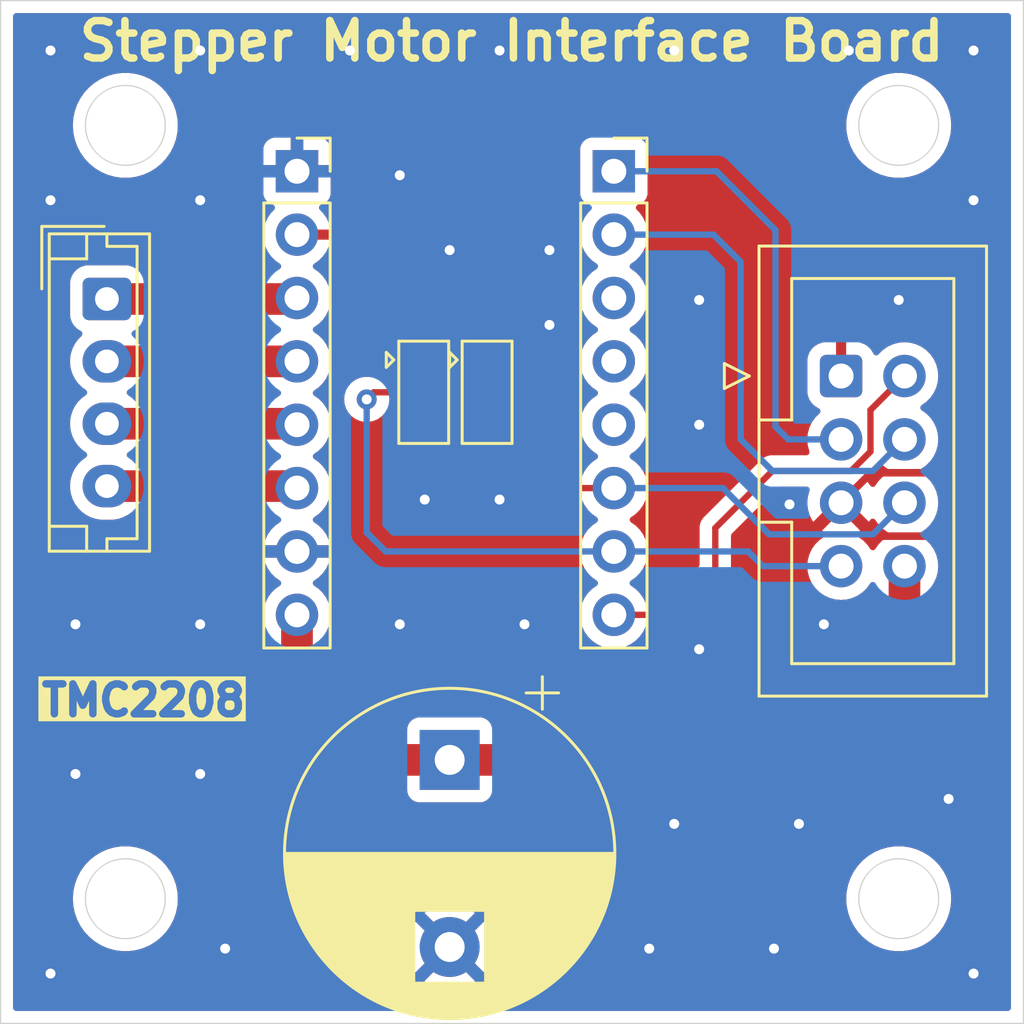
<source format=kicad_pcb>
(kicad_pcb (version 20240108) (generator "pcbnew") (generator_version "8.0")
  (layers (0 "F.Cu" signal) (31 "B.Cu" signal) (34 "B.Paste" user) (35 "F.Paste" user) (36 "B.SilkS" user "B.Silkscreen") (37 "F.SilkS" user "F.Silkscreen") (38 "B.Mask" user) (39 "F.Mask" user) (44 "Edge.Cuts" user))
  (net 0 "")
  (net 1 "VCC")
  (net 2 "GND")
  (net 3 "M2A")
  (net 4 "M1A")
  (net 5 "M2B")
  (net 6 "M1B")
  (net 7 "+3V3")
  (net 8 "PDN")
  (net 9 "CLK")
  (net 10 "STEP")
  (net 11 "MS1")
  (net 12 "UART")
  (net 13 "DIR")
  (net 14 "MS2")
  (net 15 "EN")
  (footprint "Connector_PinSocket_2.54mm:PinSocket_1x08_P2.54mm_Vertical" (layer "F.Cu") (at 219.58 81.84)
    (property "Reference" "J2" (hide yes))
    (property "Value" "Conn_01x08" (hide yes))
    (fp_line (start -1.33 1.27) (end -1.33 19.11) (stroke (width 0.12)) (layer "F.SilkS"))
    (fp_line (start -1.33 1.27) (end 1.33 1.27) (stroke (width 0.12)) (layer "F.SilkS"))
    (fp_line (start -1.33 19.11) (end 1.33 19.11) (stroke (width 0.12)) (layer "F.SilkS"))
    (fp_line (start 0 -1.33) (end 1.33 -1.33) (stroke (width 0.12)) (layer "F.SilkS"))
    (fp_line (start 1.33 -1.33) (end 1.33 0) (stroke (width 0.12)) (layer "F.SilkS"))
    (fp_line (start 1.33 1.27) (end 1.33 19.11) (stroke (width 0.12)) (layer "F.SilkS"))
    (pad "1" thru_hole rect (at 0 0) (size 1.7 1.7) (drill 1) (layers "*.Cu" "*.Mask") (net 13 "DIR"))
    (pad "2" thru_hole oval (at 0 2.54) (size 1.7 1.7) (drill 1) (layers "*.Cu" "*.Mask") (net 10 "STEP"))
    (pad "3" thru_hole oval (at 0 5.08) (size 1.7 1.7) (drill 1) (layers "*.Cu" "*.Mask") (net 9 "CLK"))
    (pad "4" thru_hole oval (at 0 7.62) (size 1.7 1.7) (drill 1) (layers "*.Cu" "*.Mask") (net 8 "PDN"))
    (pad "5" thru_hole oval (at 0 10.16) (size 1.7 1.7) (drill 1) (layers "*.Cu" "*.Mask") (net 12 "UART"))
    (pad "6" thru_hole oval (at 0 12.7) (size 1.7 1.7) (drill 1) (layers "*.Cu" "*.Mask") (net 14 "MS2"))
    (pad "7" thru_hole oval (at 0 15.24) (size 1.7 1.7) (drill 1) (layers "*.Cu" "*.Mask") (net 11 "MS1"))
    (pad "8" thru_hole oval (at 0 17.78) (size 1.7 1.7) (drill 1) (layers "*.Cu" "*.Mask") (net 15 "EN"))
  )
  (footprint "Connector_JST:JST_EH_B4B-EH-A_1x04_P2.50mm_Vertical" (layer "F.Cu") (at 199.26 86.96 -90)
    (property "Reference" "J4" (hide yes))
    (property "Value" "Conn_01x04" (hide yes))
    (fp_line (start -2.91 2.61) (end -0.41 2.61) (stroke (width 0.12)) (layer "F.SilkS"))
    (fp_line (start -2.61 2.31) (end 10.11 2.31) (stroke (width 0.12)) (layer "F.SilkS"))
    (fp_line (start 10.11 2.31) (end 10.11 -1.71) (stroke (width 0.12)) (layer "F.SilkS"))
    (fp_line (start -2.61 0.81) (end -1.61 0.81) (stroke (width 0.12)) (layer "F.SilkS"))
    (fp_line (start -1.61 0.81) (end -1.61 2.31) (stroke (width 0.12)) (layer "F.SilkS"))
    (fp_line (start 9.11 0.81) (end 9.11 2.31) (stroke (width 0.12)) (layer "F.SilkS"))
    (fp_line (start 10.11 0.81) (end 9.11 0.81) (stroke (width 0.12)) (layer "F.SilkS"))
    (fp_line (start -2.91 0.11) (end -2.91 2.61) (stroke (width 0.12)) (layer "F.SilkS"))
    (fp_line (start -2.61 0) (end -2.11 0) (stroke (width 0.12)) (layer "F.SilkS"))
    (fp_line (start -2.11 0) (end -2.11 -1.21) (stroke (width 0.12)) (layer "F.SilkS"))
    (fp_line (start 9.61 0) (end 10.11 0) (stroke (width 0.12)) (layer "F.SilkS"))
    (fp_line (start -2.11 -1.21) (end 9.61 -1.21) (stroke (width 0.12)) (layer "F.SilkS"))
    (fp_line (start 9.61 -1.21) (end 9.61 0) (stroke (width 0.12)) (layer "F.SilkS"))
    (fp_line (start -2.61 -1.71) (end -2.61 2.31) (stroke (width 0.12)) (layer "F.SilkS"))
    (fp_line (start 10.11 -1.71) (end -2.61 -1.71) (stroke (width 0.12)) (layer "F.SilkS"))
    (pad "1" thru_hole roundrect (at 0 0 270) (size 1.7 1.95) (drill 0.95) (layers "*.Cu" "*.Mask") (roundrect_rratio 0.147059) (net 5 "M2B"))
    (pad "2" thru_hole oval (at 2.5 0 270) (size 1.7 1.95) (drill 0.95) (layers "*.Cu" "*.Mask") (net 3 "M2A"))
    (pad "3" thru_hole oval (at 5 0 270) (size 1.7 1.95) (drill 0.95) (layers "*.Cu" "*.Mask") (net 4 "M1A"))
    (pad "4" thru_hole oval (at 7.5 0 270) (size 1.7 1.95) (drill 0.95) (layers "*.Cu" "*.Mask") (net 6 "M1B"))
  )
  (footprint "Capacitor_THT:CP_Radial_D13.0mm_P7.50mm" (layer "F.Cu") (at 213 105.434785 -90)
    (property "Reference" "C1" (hide yes))
    (property "Value" "C_Polarized" (hide yes))
    (fp_line (start 6.071 1.44) (end 6.071 6.161) (stroke (width 0.12)) (layer "F.SilkS"))
    (fp_line (start 6.111 1.44) (end 6.111 6.146) (stroke (width 0.12)) (layer "F.SilkS"))
    (fp_line (start 6.151 1.44) (end 6.151 6.13) (stroke (width 0.12)) (layer "F.SilkS"))
    (fp_line (start 6.191 1.44) (end 6.191 6.114) (stroke (width 0.12)) (layer "F.SilkS"))
    (fp_line (start 6.231 1.44) (end 6.231 6.098) (stroke (width 0.12)) (layer "F.SilkS"))
    (fp_line (start 6.271 1.44) (end 6.271 6.082) (stroke (width 0.12)) (layer "F.SilkS"))
    (fp_line (start 6.311 1.44) (end 6.311 6.065) (stroke (width 0.12)) (layer "F.SilkS"))
    (fp_line (start 6.351 1.44) (end 6.351 6.049) (stroke (width 0.12)) (layer "F.SilkS"))
    (fp_line (start 6.391 1.44) (end 6.391 6.031) (stroke (width 0.12)) (layer "F.SilkS"))
    (fp_line (start 6.431 1.44) (end 6.431 6.014) (stroke (width 0.12)) (layer "F.SilkS"))
    (fp_line (start 6.471 1.44) (end 6.471 5.996) (stroke (width 0.12)) (layer "F.SilkS"))
    (fp_line (start 6.511 1.44) (end 6.511 5.978) (stroke (width 0.12)) (layer "F.SilkS"))
    (fp_line (start 6.551 1.44) (end 6.551 5.959) (stroke (width 0.12)) (layer "F.SilkS"))
    (fp_line (start 6.591 1.44) (end 6.591 5.94) (stroke (width 0.12)) (layer "F.SilkS"))
    (fp_line (start 6.631 1.44) (end 6.631 5.921) (stroke (width 0.12)) (layer "F.SilkS"))
    (fp_line (start 6.671 1.44) (end 6.671 5.902) (stroke (width 0.12)) (layer "F.SilkS"))
    (fp_line (start 6.711 1.44) (end 6.711 5.882) (stroke (width 0.12)) (layer "F.SilkS"))
    (fp_line (start 6.751 1.44) (end 6.751 5.862) (stroke (width 0.12)) (layer "F.SilkS"))
    (fp_line (start 6.791 1.44) (end 6.791 5.841) (stroke (width 0.12)) (layer "F.SilkS"))
    (fp_line (start 6.831 1.44) (end 6.831 5.82) (stroke (width 0.12)) (layer "F.SilkS"))
    (fp_line (start 6.871 1.44) (end 6.871 5.799) (stroke (width 0.12)) (layer "F.SilkS"))
    (fp_line (start 6.911 1.44) (end 6.911 5.778) (stroke (width 0.12)) (layer "F.SilkS"))
    (fp_line (start 6.951 1.44) (end 6.951 5.756) (stroke (width 0.12)) (layer "F.SilkS"))
    (fp_line (start 6.991 1.44) (end 6.991 5.733) (stroke (width 0.12)) (layer "F.SilkS"))
    (fp_line (start 7.031 1.44) (end 7.031 5.711) (stroke (width 0.12)) (layer "F.SilkS"))
    (fp_line (start 7.071 1.44) (end 7.071 5.688) (stroke (width 0.12)) (layer "F.SilkS"))
    (fp_line (start 7.111 1.44) (end 7.111 5.664) (stroke (width 0.12)) (layer "F.SilkS"))
    (fp_line (start 7.151 1.44) (end 7.151 5.641) (stroke (width 0.12)) (layer "F.SilkS"))
    (fp_line (start 7.191 1.44) (end 7.191 5.617) (stroke (width 0.12)) (layer "F.SilkS"))
    (fp_line (start 7.231 1.44) (end 7.231 5.592) (stroke (width 0.12)) (layer "F.SilkS"))
    (fp_line (start 7.271 1.44) (end 7.271 5.567) (stroke (width 0.12)) (layer "F.SilkS"))
    (fp_line (start 7.311 1.44) (end 7.311 5.542) (stroke (width 0.12)) (layer "F.SilkS"))
    (fp_line (start 7.351 1.44) (end 7.351 5.516) (stroke (width 0.12)) (layer "F.SilkS"))
    (fp_line (start 7.391 1.44) (end 7.391 5.49) (stroke (width 0.12)) (layer "F.SilkS"))
    (fp_line (start 7.431 1.44) (end 7.431 5.463) (stroke (width 0.12)) (layer "F.SilkS"))
    (fp_line (start 7.471 1.44) (end 7.471 5.436) (stroke (width 0.12)) (layer "F.SilkS"))
    (fp_line (start 7.511 1.44) (end 7.511 5.409) (stroke (width 0.12)) (layer "F.SilkS"))
    (fp_line (start 7.551 1.44) (end 7.551 5.381) (stroke (width 0.12)) (layer "F.SilkS"))
    (fp_line (start 7.591 1.44) (end 7.591 5.353) (stroke (width 0.12)) (layer "F.SilkS"))
    (fp_line (start 7.631 1.44) (end 7.631 5.324) (stroke (width 0.12)) (layer "F.SilkS"))
    (fp_line (start 7.671 1.44) (end 7.671 5.295) (stroke (width 0.12)) (layer "F.SilkS"))
    (fp_line (start 7.711 1.44) (end 7.711 5.265) (stroke (width 0.12)) (layer "F.SilkS"))
    (fp_line (start 7.751 1.44) (end 7.751 5.235) (stroke (width 0.12)) (layer "F.SilkS"))
    (fp_line (start 7.791 1.44) (end 7.791 5.205) (stroke (width 0.12)) (layer "F.SilkS"))
    (fp_line (start 7.831 1.44) (end 7.831 5.174) (stroke (width 0.12)) (layer "F.SilkS"))
    (fp_line (start 7.871 1.44) (end 7.871 5.142) (stroke (width 0.12)) (layer "F.SilkS"))
    (fp_line (start 7.911 1.44) (end 7.911 5.11) (stroke (width 0.12)) (layer "F.SilkS"))
    (fp_line (start 7.951 1.44) (end 7.951 5.078) (stroke (width 0.12)) (layer "F.SilkS"))
    (fp_line (start 7.991 1.44) (end 7.991 5.044) (stroke (width 0.12)) (layer "F.SilkS"))
    (fp_line (start 8.031 1.44) (end 8.031 5.011) (stroke (width 0.12)) (layer "F.SilkS"))
    (fp_line (start 8.071 1.44) (end 8.071 4.977) (stroke (width 0.12)) (layer "F.SilkS"))
    (fp_line (start 8.111 1.44) (end 8.111 4.942) (stroke (width 0.12)) (layer "F.SilkS"))
    (fp_line (start 8.151 1.44) (end 8.151 4.907) (stroke (width 0.12)) (layer "F.SilkS"))
    (fp_line (start 8.191 1.44) (end 8.191 4.871) (stroke (width 0.12)) (layer "F.SilkS"))
    (fp_line (start 8.231 1.44) (end 8.231 4.834) (stroke (width 0.12)) (layer "F.SilkS"))
    (fp_line (start 8.271 1.44) (end 8.271 4.797) (stroke (width 0.12)) (layer "F.SilkS"))
    (fp_line (start 8.311 1.44) (end 8.311 4.76) (stroke (width 0.12)) (layer "F.SilkS"))
    (fp_line (start 8.351 1.44) (end 8.351 4.721) (stroke (width 0.12)) (layer "F.SilkS"))
    (fp_line (start 8.391 1.44) (end 8.391 4.682) (stroke (width 0.12)) (layer "F.SilkS"))
    (fp_line (start 8.431 1.44) (end 8.431 4.643) (stroke (width 0.12)) (layer "F.SilkS"))
    (fp_line (start 8.471 1.44) (end 8.471 4.602) (stroke (width 0.12)) (layer "F.SilkS"))
    (fp_line (start 8.511 1.44) (end 8.511 4.561) (stroke (width 0.12)) (layer "F.SilkS"))
    (fp_line (start 8.551 1.44) (end 8.551 4.519) (stroke (width 0.12)) (layer "F.SilkS"))
    (fp_line (start 8.591 1.44) (end 8.591 4.477) (stroke (width 0.12)) (layer "F.SilkS"))
    (fp_line (start 8.631 1.44) (end 8.631 4.434) (stroke (width 0.12)) (layer "F.SilkS"))
    (fp_line (start 8.671 1.44) (end 8.671 4.39) (stroke (width 0.12)) (layer "F.SilkS"))
    (fp_line (start 8.711 1.44) (end 8.711 4.345) (stroke (width 0.12)) (layer "F.SilkS"))
    (fp_line (start 8.751 1.44) (end 8.751 4.299) (stroke (width 0.12)) (layer "F.SilkS"))
    (fp_line (start 8.791 1.44) (end 8.791 4.253) (stroke (width 0.12)) (layer "F.SilkS"))
    (fp_line (start 8.831 1.44) (end 8.831 4.205) (stroke (width 0.12)) (layer "F.SilkS"))
    (fp_line (start 8.871 1.44) (end 8.871 4.157) (stroke (width 0.12)) (layer "F.SilkS"))
    (fp_line (start 8.911 1.44) (end 8.911 4.108) (stroke (width 0.12)) (layer "F.SilkS"))
    (fp_line (start 10.351 -0.475) (end 10.351 0.475) (stroke (width 0.12)) (layer "F.SilkS"))
    (fp_line (start 10.311 -0.85) (end 10.311 0.85) (stroke (width 0.12)) (layer "F.SilkS"))
    (fp_line (start 10.271 -1.107) (end 10.271 1.107) (stroke (width 0.12)) (layer "F.SilkS"))
    (fp_line (start 10.231 -1.315) (end 10.231 1.315) (stroke (width 0.12)) (layer "F.SilkS"))
    (fp_line (start 10.191 -1.494) (end 10.191 1.494) (stroke (width 0.12)) (layer "F.SilkS"))
    (fp_line (start 10.151 -1.653) (end 10.151 1.653) (stroke (width 0.12)) (layer "F.SilkS"))
    (fp_line (start 10.111 -1.798) (end 10.111 1.798) (stroke (width 0.12)) (layer "F.SilkS"))
    (fp_line (start 10.071 -1.931) (end 10.071 1.931) (stroke (width 0.12)) (layer "F.SilkS"))
    (fp_line (start 10.031 -2.055) (end 10.031 2.055) (stroke (width 0.12)) (layer "F.SilkS"))
    (fp_line (start 9.991 -2.171) (end 9.991 2.171) (stroke (width 0.12)) (layer "F.SilkS"))
    (fp_line (start 9.951 -2.281) (end 9.951 2.281) (stroke (width 0.12)) (layer "F.SilkS"))
    (fp_line (start 9.911 -2.385) (end 9.911 2.385) (stroke (width 0.12)) (layer "F.SilkS"))
    (fp_line (start 9.871 -2.484) (end 9.871 2.484) (stroke (width 0.12)) (layer "F.SilkS"))
    (fp_line (start 9.831 -2.579) (end 9.831 2.579) (stroke (width 0.12)) (layer "F.SilkS"))
    (fp_line (start 9.791 -2.67) (end 9.791 2.67) (stroke (width 0.12)) (layer "F.SilkS"))
    (fp_line (start 9.751 -2.758) (end 9.751 2.758) (stroke (width 0.12)) (layer "F.SilkS"))
    (fp_line (start 9.711 -2.842) (end 9.711 2.842) (stroke (width 0.12)) (layer "F.SilkS"))
    (fp_line (start 9.671 -2.923) (end 9.671 2.923) (stroke (width 0.12)) (layer "F.SilkS"))
    (fp_line (start 9.631 -3.002) (end 9.631 3.002) (stroke (width 0.12)) (layer "F.SilkS"))
    (fp_line (start 9.591 -3.078) (end 9.591 3.078) (stroke (width 0.12)) (layer "F.SilkS"))
    (fp_line (start 9.551 -3.152) (end 9.551 3.152) (stroke (width 0.12)) (layer "F.SilkS"))
    (fp_line (start 9.511 -3.223) (end 9.511 3.223) (stroke (width 0.12)) (layer "F.SilkS"))
    (fp_line (start 9.471 -3.293) (end 9.471 3.293) (stroke (width 0.12)) (layer "F.SilkS"))
    (fp_line (start 9.431 -3.361) (end 9.431 3.361) (stroke (width 0.12)) (layer "F.SilkS"))
    (fp_line (start 9.391 -3.427) (end 9.391 3.427) (stroke (width 0.12)) (layer "F.SilkS"))
    (fp_line (start 9.351 -3.491) (end 9.351 3.491) (stroke (width 0.12)) (layer "F.SilkS"))
    (fp_line (start 9.311 -3.554) (end 9.311 3.554) (stroke (width 0.12)) (layer "F.SilkS"))
    (fp_line (start 9.271 -3.615) (end 9.271 3.615) (stroke (width 0.12)) (layer "F.SilkS"))
    (fp_line (start 9.231 -3.675) (end 9.231 3.675) (stroke (width 0.12)) (layer "F.SilkS"))
    (fp_line (start -3.334569 -3.715) (end -2.034569 -3.715) (stroke (width 0.12)) (layer "F.SilkS"))
    (fp_line (start 9.191 -3.733) (end 9.191 3.733) (stroke (width 0.12)) (layer "F.SilkS"))
    (fp_line (start 9.151 -3.79) (end 9.151 3.79) (stroke (width 0.12)) (layer "F.SilkS"))
    (fp_line (start 9.111 -3.846) (end 9.111 3.846) (stroke (width 0.12)) (layer "F.SilkS"))
    (fp_line (start 9.071 -3.9) (end 9.071 3.9) (stroke (width 0.12)) (layer "F.SilkS"))
    (fp_line (start 9.031 -3.954) (end 9.031 3.954) (stroke (width 0.12)) (layer "F.SilkS"))
    (fp_line (start 8.991 -4.006) (end 8.991 4.006) (stroke (width 0.12)) (layer "F.SilkS"))
    (fp_line (start 8.951 -4.057) (end 8.951 4.057) (stroke (width 0.12)) (layer "F.SilkS"))
    (fp_line (start 8.911 -4.108) (end 8.911 -1.44) (stroke (width 0.12)) (layer "F.SilkS"))
    (fp_line (start 8.871 -4.157) (end 8.871 -1.44) (stroke (width 0.12)) (layer "F.SilkS"))
    (fp_line (start 8.831 -4.205) (end 8.831 -1.44) (stroke (width 0.12)) (layer "F.SilkS"))
    (fp_line (start 8.791 -4.253) (end 8.791 -1.44) (stroke (width 0.12)) (layer "F.SilkS"))
    (fp_line (start 8.751 -4.299) (end 8.751 -1.44) (stroke (width 0.12)) (layer "F.SilkS"))
    (fp_line (start 8.711 -4.345) (end 8.711 -1.44) (stroke (width 0.12)) (layer "F.SilkS"))
    (fp_line (start -2.684569 -4.365) (end -2.684569 -3.065) (stroke (width 0.12)) (layer "F.SilkS"))
    (fp_line (start 8.671 -4.39) (end 8.671 -1.44) (stroke (width 0.12)) (layer "F.SilkS"))
    (fp_line (start 8.631 -4.434) (end 8.631 -1.44) (stroke (width 0.12)) (layer "F.SilkS"))
    (fp_line (start 8.591 -4.477) (end 8.591 -1.44) (stroke (width 0.12)) (layer "F.SilkS"))
    (fp_line (start 8.551 -4.519) (end 8.551 -1.44) (stroke (width 0.12)) (layer "F.SilkS"))
    (fp_line (start 8.511 -4.561) (end 8.511 -1.44) (stroke (width 0.12)) (layer "F.SilkS"))
    (fp_line (start 8.471 -4.602) (end 8.471 -1.44) (stroke (width 0.12)) (layer "F.SilkS"))
    (fp_line (start 8.431 -4.643) (end 8.431 -1.44) (stroke (width 0.12)) (layer "F.SilkS"))
    (fp_line (start 8.391 -4.682) (end 8.391 -1.44) (stroke (width 0.12)) (layer "F.SilkS"))
    (fp_line (start 8.351 -4.721) (end 8.351 -1.44) (stroke (width 0.12)) (layer "F.SilkS"))
    (fp_line (start 8.311 -4.76) (end 8.311 -1.44) (stroke (width 0.12)) (layer "F.SilkS"))
    (fp_line (start 8.271 -4.797) (end 8.271 -1.44) (stroke (width 0.12)) (layer "F.SilkS"))
    (fp_line (start 8.231 -4.834) (end 8.231 -1.44) (stroke (width 0.12)) (layer "F.SilkS"))
    (fp_line (start 8.191 -4.871) (end 8.191 -1.44) (stroke (width 0.12)) (layer "F.SilkS"))
    (fp_line (start 8.151 -4.907) (end 8.151 -1.44) (stroke (width 0.12)) (layer "F.SilkS"))
    (fp_line (start 8.111 -4.942) (end 8.111 -1.44) (stroke (width 0.12)) (layer "F.SilkS"))
    (fp_line (start 8.071 -4.977) (end 8.071 -1.44) (stroke (width 0.12)) (layer "F.SilkS"))
    (fp_line (start 8.031 -5.011) (end 8.031 -1.44) (stroke (width 0.12)) (layer "F.SilkS"))
    (fp_line (start 7.991 -5.044) (end 7.991 -1.44) (stroke (width 0.12)) (layer "F.SilkS"))
    (fp_line (start 7.951 -5.078) (end 7.951 -1.44) (stroke (width 0.12)) (layer "F.SilkS"))
    (fp_line (start 7.911 -5.11) (end 7.911 -1.44) (stroke (width 0.12)) (layer "F.SilkS"))
    (fp_line (start 7.871 -5.142) (end 7.871 -1.44) (stroke (width 0.12)) (layer "F.SilkS"))
    (fp_line (start 7.831 -5.174) (end 7.831 -1.44) (stroke (width 0.12)) (layer "F.SilkS"))
    (fp_line (start 7.791 -5.205) (end 7.791 -1.44) (stroke (width 0.12)) (layer "F.SilkS"))
    (fp_line (start 7.751 -5.235) (end 7.751 -1.44) (stroke (width 0.12)) (layer "F.SilkS"))
    (fp_line (start 7.711 -5.265) (end 7.711 -1.44) (stroke (width 0.12)) (layer "F.SilkS"))
    (fp_line (start 7.671 -5.295) (end 7.671 -1.44) (stroke (width 0.12)) (layer "F.SilkS"))
    (fp_line (start 7.631 -5.324) (end 7.631 -1.44) (stroke (width 0.12)) (layer "F.SilkS"))
    (fp_line (start 7.591 -5.353) (end 7.591 -1.44) (stroke (width 0.12)) (layer "F.SilkS"))
    (fp_line (start 7.551 -5.381) (end 7.551 -1.44) (stroke (width 0.12)) (layer "F.SilkS"))
    (fp_line (start 7.511 -5.409) (end 7.511 -1.44) (stroke (width 0.12)) (layer "F.SilkS"))
    (fp_line (start 7.471 -5.436) (end 7.471 -1.44) (stroke (width 0.12)) (layer "F.SilkS"))
    (fp_line (start 7.431 -5.463) (end 7.431 -1.44) (stroke (width 0.12)) (layer "F.SilkS"))
    (fp_line (start 7.391 -5.49) (end 7.391 -1.44) (stroke (width 0.12)) (layer "F.SilkS"))
    (fp_line (start 7.351 -5.516) (end 7.351 -1.44) (stroke (width 0.12)) (layer "F.SilkS"))
    (fp_line (start 7.311 -5.542) (end 7.311 -1.44) (stroke (width 0.12)) (layer "F.SilkS"))
    (fp_line (start 7.271 -5.567) (end 7.271 -1.44) (stroke (width 0.12)) (layer "F.SilkS"))
    (fp_line (start 7.231 -5.592) (end 7.231 -1.44) (stroke (width 0.12)) (layer "F.SilkS"))
    (fp_line (start 7.191 -5.617) (end 7.191 -1.44) (stroke (width 0.12)) (layer "F.SilkS"))
    (fp_line (start 7.151 -5.641) (end 7.151 -1.44) (stroke (width 0.12)) (layer "F.SilkS"))
    (fp_line (start 7.111 -5.664) (end 7.111 -1.44) (stroke (width 0.12)) (layer "F.SilkS"))
    (fp_line (start 7.071 -5.688) (end 7.071 -1.44) (stroke (width 0.12)) (layer "F.SilkS"))
    (fp_line (start 7.031 -5.711) (end 7.031 -1.44) (stroke (width 0.12)) (layer "F.SilkS"))
    (fp_line (start 6.991 -5.733) (end 6.991 -1.44) (stroke (width 0.12)) (layer "F.SilkS"))
    (fp_line (start 6.951 -5.756) (end 6.951 -1.44) (stroke (width 0.12)) (layer "F.SilkS"))
    (fp_line (start 6.911 -5.778) (end 6.911 -1.44) (stroke (width 0.12)) (layer "F.SilkS"))
    (fp_line (start 6.871 -5.799) (end 6.871 -1.44) (stroke (width 0.12)) (layer "F.SilkS"))
    (fp_line (start 6.831 -5.82) (end 6.831 -1.44) (stroke (width 0.12)) (layer "F.SilkS"))
    (fp_line (start 6.791 -5.841) (end 6.791 -1.44) (stroke (width 0.12)) (layer "F.SilkS"))
    (fp_line (start 6.751 -5.862) (end 6.751 -1.44) (stroke (width 0.12)) (layer "F.SilkS"))
    (fp_line (start 6.711 -5.882) (end 6.711 -1.44) (stroke (width 0.12)) (layer "F.SilkS"))
    (fp_line (start 6.671 -5.902) (end 6.671 -1.44) (stroke (width 0.12)) (layer "F.SilkS"))
    (fp_line (start 6.631 -5.921) (end 6.631 -1.44) (stroke (width 0.12)) (layer "F.SilkS"))
    (fp_line (start 6.591 -5.94) (end 6.591 -1.44) (stroke (width 0.12)) (layer "F.SilkS"))
    (fp_line (start 6.551 -5.959) (end 6.551 -1.44) (stroke (width 0.12)) (layer "F.SilkS"))
    (fp_line (start 6.511 -5.978) (end 6.511 -1.44) (stroke (width 0.12)) (layer "F.SilkS"))
    (fp_line (start 6.471 -5.996) (end 6.471 -1.44) (stroke (width 0.12)) (layer "F.SilkS"))
    (fp_line (start 6.431 -6.014) (end 6.431 -1.44) (stroke (width 0.12)) (layer "F.SilkS"))
    (fp_line (start 6.391 -6.031) (end 6.391 -1.44) (stroke (width 0.12)) (layer "F.SilkS"))
    (fp_line (start 6.351 -6.049) (end 6.351 -1.44) (stroke (width 0.12)) (layer "F.SilkS"))
    (fp_line (start 6.311 -6.065) (end 6.311 -1.44) (stroke (width 0.12)) (layer "F.SilkS"))
    (fp_line (start 6.271 -6.082) (end 6.271 -1.44) (stroke (width 0.12)) (layer "F.SilkS"))
    (fp_line (start 6.231 -6.098) (end 6.231 -1.44) (stroke (width 0.12)) (layer "F.SilkS"))
    (fp_line (start 6.191 -6.114) (end 6.191 -1.44) (stroke (width 0.12)) (layer "F.SilkS"))
    (fp_line (start 6.151 -6.13) (end 6.151 -1.44) (stroke (width 0.12)) (layer "F.SilkS"))
    (fp_line (start 6.111 -6.146) (end 6.111 -1.44) (stroke (width 0.12)) (layer "F.SilkS"))
    (fp_line (start 6.071 -6.161) (end 6.071 -1.44) (stroke (width 0.12)) (layer "F.SilkS"))
    (fp_line (start 6.031 -6.175) (end 6.031 6.175) (stroke (width 0.12)) (layer "F.SilkS"))
    (fp_line (start 5.991 -6.19) (end 5.991 6.19) (stroke (width 0.12)) (layer "F.SilkS"))
    (fp_line (start 5.951 -6.204) (end 5.951 6.204) (stroke (width 0.12)) (layer "F.SilkS"))
    (fp_line (start 5.911 -6.218) (end 5.911 6.218) (stroke (width 0.12)) (layer "F.SilkS"))
    (fp_line (start 5.871 -6.232) (end 5.871 6.232) (stroke (width 0.12)) (layer "F.SilkS"))
    (fp_line (start 5.831 -6.245) (end 5.831 6.245) (stroke (width 0.12)) (layer "F.SilkS"))
    (fp_line (start 5.791 -6.258) (end 5.791 6.258) (stroke (width 0.12)) (layer "F.SilkS"))
    (fp_line (start 5.751 -6.271) (end 5.751 6.271) (stroke (width 0.12)) (layer "F.SilkS"))
    (fp_line (start 5.711 -6.284) (end 5.711 6.284) (stroke (width 0.12)) (layer "F.SilkS"))
    (fp_line (start 5.671 -6.296) (end 5.671 6.296) (stroke (width 0.12)) (layer "F.SilkS"))
    (fp_line (start 5.631 -6.308) (end 5.631 6.308) (stroke (width 0.12)) (layer "F.SilkS"))
    (fp_line (start 5.591 -6.32) (end 5.591 6.32) (stroke (width 0.12)) (layer "F.SilkS"))
    (fp_line (start 5.551 -6.331) (end 5.551 6.331) (stroke (width 0.12)) (layer "F.SilkS"))
    (fp_line (start 5.511 -6.342) (end 5.511 6.342) (stroke (width 0.12)) (layer "F.SilkS"))
    (fp_line (start 5.471 -6.353) (end 5.471 6.353) (stroke (width 0.12)) (layer "F.SilkS"))
    (fp_line (start 5.431 -6.364) (end 5.431 6.364) (stroke (width 0.12)) (layer "F.SilkS"))
    (fp_line (start 5.391 -6.374) (end 5.391 6.374) (stroke (width 0.12)) (layer "F.SilkS"))
    (fp_line (start 5.351 -6.384) (end 5.351 6.384) (stroke (width 0.12)) (layer "F.SilkS"))
    (fp_line (start 5.311 -6.394) (end 5.311 6.394) (stroke (width 0.12)) (layer "F.SilkS"))
    (fp_line (start 5.271 -6.404) (end 5.271 6.404) (stroke (width 0.12)) (layer "F.SilkS"))
    (fp_line (start 5.231 -6.413) (end 5.231 6.413) (stroke (width 0.12)) (layer "F.SilkS"))
    (fp_line (start 5.191 -6.422) (end 5.191 6.422) (stroke (width 0.12)) (layer "F.SilkS"))
    (fp_line (start 5.151 -6.431) (end 5.151 6.431) (stroke (width 0.12)) (layer "F.SilkS"))
    (fp_line (start 5.111 -6.439) (end 5.111 6.439) (stroke (width 0.12)) (layer "F.SilkS"))
    (fp_line (start 5.071 -6.448) (end 5.071 6.448) (stroke (width 0.12)) (layer "F.SilkS"))
    (fp_line (start 5.031 -6.456) (end 5.031 6.456) (stroke (width 0.12)) (layer "F.SilkS"))
    (fp_line (start 4.991 -6.463) (end 4.991 6.463) (stroke (width 0.12)) (layer "F.SilkS"))
    (fp_line (start 4.951 -6.471) (end 4.951 6.471) (stroke (width 0.12)) (layer "F.SilkS"))
    (fp_line (start 4.911 -6.478) (end 4.911 6.478) (stroke (width 0.12)) (layer "F.SilkS"))
    (fp_line (start 4.871 -6.485) (end 4.871 6.485) (stroke (width 0.12)) (layer "F.SilkS"))
    (fp_line (start 4.831 -6.492) (end 4.831 6.492) (stroke (width 0.12)) (layer "F.SilkS"))
    (fp_line (start 4.791 -6.498) (end 4.791 6.498) (stroke (width 0.12)) (layer "F.SilkS"))
    (fp_line (start 4.751 -6.505) (end 4.751 6.505) (stroke (width 0.12)) (layer "F.SilkS"))
    (fp_line (start 4.711 -6.511) (end 4.711 6.511) (stroke (width 0.12)) (layer "F.SilkS"))
    (fp_line (start 4.671 -6.516) (end 4.671 6.516) (stroke (width 0.12)) (layer "F.SilkS"))
    (fp_line (start 4.631 -6.522) (end 4.631 6.522) (stroke (width 0.12)) (layer "F.SilkS"))
    (fp_line (start 4.591 -6.527) (end 4.591 6.527) (stroke (width 0.12)) (layer "F.SilkS"))
    (fp_line (start 4.551 -6.532) (end 4.551 6.532) (stroke (width 0.12)) (layer "F.SilkS"))
    (fp_line (start 4.511 -6.537) (end 4.511 6.537) (stroke (width 0.12)) (layer "F.SilkS"))
    (fp_line (start 4.471 -6.541) (end 4.471 6.541) (stroke (width 0.12)) (layer "F.SilkS"))
    (fp_line (start 4.43 -6.545) (end 4.43 6.545) (stroke (width 0.12)) (layer "F.SilkS"))
    (fp_line (start 4.39 -6.549) (end 4.39 6.549) (stroke (width 0.12)) (layer "F.SilkS"))
    (fp_line (start 4.35 -6.553) (end 4.35 6.553) (stroke (width 0.12)) (layer "F.SilkS"))
    (fp_line (start 4.31 -6.557) (end 4.31 6.557) (stroke (width 0.12)) (layer "F.SilkS"))
    (fp_line (start 4.27 -6.56) (end 4.27 6.56) (stroke (width 0.12)) (layer "F.SilkS"))
    (fp_line (start 4.23 -6.563) (end 4.23 6.563) (stroke (width 0.12)) (layer "F.SilkS"))
    (fp_line (start 4.19 -6.566) (end 4.19 6.566) (stroke (width 0.12)) (layer "F.SilkS"))
    (fp_line (start 4.15 -6.568) (end 4.15 6.568) (stroke (width 0.12)) (layer "F.SilkS"))
    (fp_line (start 4.11 -6.571) (end 4.11 6.571) (stroke (width 0.12)) (layer "F.SilkS"))
    (fp_line (start 4.07 -6.573) (end 4.07 6.573) (stroke (width 0.12)) (layer "F.SilkS"))
    (fp_line (start 4.03 -6.575) (end 4.03 6.575) (stroke (width 0.12)) (layer "F.SilkS"))
    (fp_line (start 3.99 -6.576) (end 3.99 6.576) (stroke (width 0.12)) (layer "F.SilkS"))
    (fp_line (start 3.95 -6.577) (end 3.95 6.577) (stroke (width 0.12)) (layer "F.SilkS"))
    (fp_line (start 3.87 -6.579) (end 3.87 6.579) (stroke (width 0.12)) (layer "F.SilkS"))
    (fp_line (start 3.91 -6.579) (end 3.91 6.579) (stroke (width 0.12)) (layer "F.SilkS"))
    (fp_line (start 3.75 -6.58) (end 3.75 6.58) (stroke (width 0.12)) (layer "F.SilkS"))
    (fp_line (start 3.79 -6.58) (end 3.79 6.58) (stroke (width 0.12)) (layer "F.SilkS"))
    (fp_line (start 3.83 -6.58) (end 3.83 6.58) (stroke (width 0.12)) (layer "F.SilkS"))
    (fp_circle (center 3.75 0) (end 10.37 0) (stroke (width 0.12)) (fill none) (layer "F.SilkS"))
    (pad "1" thru_hole rect (at 0 0 270) (size 2.4 2.4) (drill 1.2) (layers "*.Cu" "*.Mask") (net 1 "VCC"))
    (pad "2" thru_hole circle (at 7.5 0 270) (size 2.4 2.4) (drill 1.2) (layers "*.Cu" "*.Mask") (net 2 "GND"))
  )
  (footprint "Connector_PinSocket_2.54mm:PinSocket_1x08_P2.54mm_Vertical" (layer "F.Cu") (at 206.88 81.84)
    (property "Reference" "J1" (hide yes))
    (property "Value" "Conn_01x08" (hide yes))
    (fp_line (start -1.33 1.27) (end -1.33 19.11) (stroke (width 0.12)) (layer "F.SilkS"))
    (fp_line (start -1.33 1.27) (end 1.33 1.27) (stroke (width 0.12)) (layer "F.SilkS"))
    (fp_line (start -1.33 19.11) (end 1.33 19.11) (stroke (width 0.12)) (layer "F.SilkS"))
    (fp_line (start 0 -1.33) (end 1.33 -1.33) (stroke (width 0.12)) (layer "F.SilkS"))
    (fp_line (start 1.33 -1.33) (end 1.33 0) (stroke (width 0.12)) (layer "F.SilkS"))
    (fp_line (start 1.33 1.27) (end 1.33 19.11) (stroke (width 0.12)) (layer "F.SilkS"))
    (pad "1" thru_hole rect (at 0 0) (size 1.7 1.7) (drill 1) (layers "*.Cu" "*.Mask") (net 2 "GND"))
    (pad "2" thru_hole oval (at 0 2.54) (size 1.7 1.7) (drill 1) (layers "*.Cu" "*.Mask") (net 7 "+3V3"))
    (pad "3" thru_hole oval (at 0 5.08) (size 1.7 1.7) (drill 1) (layers "*.Cu" "*.Mask") (net 5 "M2B"))
    (pad "4" thru_hole oval (at 0 7.62) (size 1.7 1.7) (drill 1) (layers "*.Cu" "*.Mask") (net 3 "M2A"))
    (pad "5" thru_hole oval (at 0 10.16) (size 1.7 1.7) (drill 1) (layers "*.Cu" "*.Mask") (net 4 "M1A"))
    (pad "6" thru_hole oval (at 0 12.7) (size 1.7 1.7) (drill 1) (layers "*.Cu" "*.Mask") (net 6 "M1B"))
    (pad "7" thru_hole oval (at 0 15.24) (size 1.7 1.7) (drill 1) (layers "*.Cu" "*.Mask") (net 2 "GND"))
    (pad "8" thru_hole oval (at 0 17.78) (size 1.7 1.7) (drill 1) (layers "*.Cu" "*.Mask") (net 1 "VCC"))
  )
  (footprint "Jumper:SolderJumper-3_P1.3mm_Open_Pad1.0x1.5mm" (layer "F.Cu") (at 211.96 90.7 -90)
    (property "Reference" "JP2" (hide yes))
    (property "Value" "MS1" (hide yes))
    (fp_line (start -1.6 1.5) (end -1 1.5) (stroke (width 0.12)) (layer "F.SilkS"))
    (fp_line (start -1.3 1.2) (end -1.6 1.5) (stroke (width 0.12)) (layer "F.SilkS"))
    (fp_line (start -1.3 1.2) (end -1 1.5) (stroke (width 0.12)) (layer "F.SilkS"))
    (fp_line (start -2.05 1) (end -2.05 -1) (stroke (width 0.12)) (layer "F.SilkS"))
    (fp_line (start 2.05 1) (end -2.05 1) (stroke (width 0.12)) (layer "F.SilkS"))
    (fp_line (start -2.05 -1) (end 2.05 -1) (stroke (width 0.12)) (layer "F.SilkS"))
    (fp_line (start 2.05 -1) (end 2.05 1) (stroke (width 0.12)) (layer "F.SilkS"))
    (pad "1" smd rect (at -1.3 0 270) (size 1 1.5) (layers "F.Cu" "F.Mask") (net 7 "+3V3"))
    (pad "2" smd rect (at 0 0 270) (size 1 1.5) (layers "F.Cu" "F.Mask") (net 11 "MS1"))
    (pad "3" smd rect (at 1.3 0 270) (size 1 1.5) (layers "F.Cu" "F.Mask") (net 2 "GND"))
  )
  (footprint "Jumper:SolderJumper-3_P1.3mm_Open_Pad1.0x1.5mm" (layer "F.Cu") (at 214.5 90.7 -90)
    (property "Reference" "JP1" (hide yes))
    (property "Value" "MS2" (hide yes))
    (fp_line (start -1.6 1.5) (end -1 1.5) (stroke (width 0.12)) (layer "F.SilkS"))
    (fp_line (start -1.3 1.2) (end -1.6 1.5) (stroke (width 0.12)) (layer "F.SilkS"))
    (fp_line (start -1.3 1.2) (end -1 1.5) (stroke (width 0.12)) (layer "F.SilkS"))
    (fp_line (start -2.05 1) (end -2.05 -1) (stroke (width 0.12)) (layer "F.SilkS"))
    (fp_line (start 2.05 1) (end -2.05 1) (stroke (width 0.12)) (layer "F.SilkS"))
    (fp_line (start -2.05 -1) (end 2.05 -1) (stroke (width 0.12)) (layer "F.SilkS"))
    (fp_line (start 2.05 -1) (end 2.05 1) (stroke (width 0.12)) (layer "F.SilkS"))
    (pad "1" smd rect (at -1.3 0 270) (size 1 1.5) (layers "F.Cu" "F.Mask") (net 7 "+3V3"))
    (pad "2" smd rect (at 0 0 270) (size 1 1.5) (layers "F.Cu" "F.Mask") (net 14 "MS2"))
    (pad "3" smd rect (at 1.3 0 270) (size 1 1.5) (layers "F.Cu" "F.Mask") (net 2 "GND"))
  )
  (footprint "Connector_IDC:IDC-Header_2x04_P2.54mm_Vertical" (layer "F.Cu") (at 228.69 90.048)
    (property "Reference" "J3" (hide yes))
    (property "Value" "Conn_02x04_Counter_Clockwise" (hide yes))
    (fp_line (start -4.68 -0.5) (end -4.68 0.5) (stroke (width 0.12)) (layer "F.SilkS"))
    (fp_line (start -4.68 0.5) (end -3.68 0) (stroke (width 0.12)) (layer "F.SilkS"))
    (fp_line (start -3.68 0) (end -4.68 -0.5) (stroke (width 0.12)) (layer "F.SilkS"))
    (fp_line (start -3.29 -5.21) (end 5.83 -5.21) (stroke (width 0.12)) (layer "F.SilkS"))
    (fp_line (start -3.29 1.76) (end -1.98 1.76) (stroke (width 0.12)) (layer "F.SilkS"))
    (fp_line (start -3.29 12.83) (end -3.29 -5.21) (stroke (width 0.12)) (layer "F.SilkS"))
    (fp_line (start -1.98 -3.91) (end 4.52 -3.91) (stroke (width 0.12)) (layer "F.SilkS"))
    (fp_line (start -1.98 1.76) (end -1.98 -3.91) (stroke (width 0.12)) (layer "F.SilkS"))
    (fp_line (start -1.98 5.86) (end -3.29 5.86) (stroke (width 0.12)) (layer "F.SilkS"))
    (fp_line (start -1.98 5.86) (end -1.98 5.86) (stroke (width 0.12)) (layer "F.SilkS"))
    (fp_line (start -1.98 11.53) (end -1.98 5.86) (stroke (width 0.12)) (layer "F.SilkS"))
    (fp_line (start 4.52 -3.91) (end 4.52 11.53) (stroke (width 0.12)) (layer "F.SilkS"))
    (fp_line (start 4.52 11.53) (end -1.98 11.53) (stroke (width 0.12)) (layer "F.SilkS"))
    (fp_line (start 5.83 -5.21) (end 5.83 12.83) (stroke (width 0.12)) (layer "F.SilkS"))
    (fp_line (start 5.83 12.83) (end -3.29 12.83) (stroke (width 0.12)) (layer "F.SilkS"))
    (pad "1" thru_hole roundrect (at 0 0) (size 1.7 1.7) (drill 1) (layers "*.Cu" "*.Mask") (roundrect_rratio 0.147059) (net 7 "+3V3"))
    (pad "2" thru_hole circle (at 2.54 0) (size 1.7 1.7) (drill 1) (layers "*.Cu" "*.Mask") (net 15 "EN"))
    (pad "3" thru_hole circle (at 0 2.54) (size 1.7 1.7) (drill 1) (layers "*.Cu" "*.Mask") (net 13 "DIR"))
    (pad "4" thru_hole circle (at 2.54 2.54) (size 1.7 1.7) (drill 1) (layers "*.Cu" "*.Mask") (net 10 "STEP"))
    (pad "5" thru_hole circle (at 0 5.08) (size 1.7 1.7) (drill 1) (layers "*.Cu" "*.Mask") (net 2 "GND"))
    (pad "6" thru_hole circle (at 2.54 5.08) (size 1.7 1.7) (drill 1) (layers "*.Cu" "*.Mask") (net 14 "MS2"))
    (pad "7" thru_hole circle (at 0 7.62) (size 1.7 1.7) (drill 1) (layers "*.Cu" "*.Mask") (net 11 "MS1"))
    (pad "8" thru_hole circle (at 2.54 7.62) (size 1.7 1.7) (drill 1) (layers "*.Cu" "*.Mask") (net 1 "VCC"))
  )
  (gr_line (start 195 116) (end 195 75) (stroke (width 0.05)) (layer "Edge.Cuts"))
  (gr_line (start 195 75) (end 236 75) (stroke (width 0.05)) (layer "Edge.Cuts"))
  (gr_circle (center 200 111) (end 201.6 111) (stroke (width 0.05)) (fill none) (layer "Edge.Cuts"))
  (gr_line (start 236 116) (end 195 116) (stroke (width 0.05)) (layer "Edge.Cuts"))
  (gr_circle (center 200 80) (end 201.6 80) (stroke (width 0.05)) (fill none) (layer "Edge.Cuts"))
  (gr_line (start 236 75) (end 236 116) (stroke (width 0.05)) (layer "Edge.Cuts"))
  (gr_circle (center 231 80) (end 232.6 80) (stroke (width 0.05)) (fill none) (layer "Edge.Cuts"))
  (gr_circle (center 231 111) (end 232.6 111) (stroke (width 0.05)) (fill none) (layer "Edge.Cuts"))
  (gr_text "TMC2208" (at 196.5 103.75 0) (layer "F.SilkS" knockout) (effects (font (size 1.2 1.2) (thickness 0.3) (bold yes)) (justify left bottom)))
  (gr_text "Stepper Motor Interface Board" (at 198 77.5 0) (layer "F.SilkS") (effects (font (size 1.5 1.5) (thickness 0.3) (bold yes)) (justify left bottom)))
  (segment (start 206.88 99.62) (end 206.88 103.629) (width 1.27) (layer "F.Cu") (net 1))
  (segment (start 231.23 101.383) (end 231.23 97.668) (width 1.27) (layer "F.Cu") (net 1))
  (segment (start 206.88 103.629) (end 208.685785 105.434785) (width 1.27) (layer "F.Cu") (net 1))
  (segment (start 213 105.434785) (end 227.178215 105.434785) (width 1.27) (layer "F.Cu") (net 1))
  (segment (start 208.685785 105.434785) (end 213 105.434785) (width 1.27) (layer "F.Cu") (net 1))
  (segment (start 227.178215 105.434785) (end 231.23 101.383) (width 1.27) (layer "F.Cu") (net 1))
  (segment (start 228.69 95.128) (end 229.8924 93.9256) (width 0.3048) (layer "F.Cu") (net 2))
  (segment (start 228.69 95.128) (end 230.0276 96.4656) (width 0.3048) (layer "F.Cu") (net 2))
  (segment (start 230.0276 96.4656) (end 232.7372 96.4656) (width 0.3048) (layer "F.Cu") (net 2))
  (segment (start 232.8388 93.9256) (end 232.8556 93.9088) (width 0.3048) (layer "F.Cu") (net 2))
  (segment (start 229.8924 93.9256) (end 232.8388 93.9256) (width 0.3048) (layer "F.Cu") (net 2))
  (segment (start 232.7372 96.4656) (end 232.754 96.4488) (width 0.3048) (layer "F.Cu") (net 2))
  (via (at 215 77) (size 0.8) (drill 0.4) (layers "F.Cu" "B.Cu") (net 2))
  (via (at 203 100) (size 0.8) (drill 0.4) (layers "F.Cu" "B.Cu") (net 2))
  (via (at 203 83) (size 0.8) (drill 0.4) (layers "F.Cu" "B.Cu") (net 2))
  (via (at 203 106) (size 0.8) (drill 0.4) (layers "F.Cu" "B.Cu") (net 2))
  (via (at 209 77) (size 0.8) (drill 0.4) (layers "F.Cu" "B.Cu") (net 2))
  (via (at 204 113) (size 0.8) (drill 0.4) (layers "F.Cu" "B.Cu") (net 2))
  (via (at 229 77) (size 0.8) (drill 0.4) (layers "F.Cu" "B.Cu") (net 2))
  (via (at 211 82) (size 0.8) (drill 0.4) (layers "F.Cu" "B.Cu") (net 2))
  (via (at 221 113) (size 0.8) (drill 0.4) (layers "F.Cu" "B.Cu") (net 2))
  (via (at 203 77) (size 0.8) (drill 0.4) (layers "F.Cu" "B.Cu") (net 2))
  (via (at 198 100) (size 0.8) (drill 0.4) (layers "F.Cu" "B.Cu") (net 2))
  (via (at 234 83) (size 0.8) (drill 0.4) (layers "F.Cu" "B.Cu") (net 2))
  (via (at 197 77) (size 0.8) (drill 0.4) (layers "F.Cu" "B.Cu") (net 2))
  (via (at 213 85) (size 0.8) (drill 0.4) (layers "F.Cu" "B.Cu") (net 2))
  (via (at 228 100) (size 0.8) (drill 0.4) (layers "F.Cu" "B.Cu") (net 2))
  (via (at 234 77) (size 0.8) (drill 0.4) (layers "F.Cu" "B.Cu") (net 2))
  (via (at 216 100) (size 0.8) (drill 0.4) (layers "F.Cu" "B.Cu") (net 2))
  (via (at 223 87) (size 0.8) (drill 0.4) (layers "F.Cu" "B.Cu") (net 2))
  (via (at 198 106) (size 0.8) (drill 0.4) (layers "F.Cu" "B.Cu") (net 2))
  (via (at 215 95) (size 0.8) (drill 0.4) (layers "F.Cu" "B.Cu") (net 2))
  (via (at 234 114) (size 0.8) (drill 0.4) (layers "F.Cu" "B.Cu") (net 2))
  (via (at 223 92) (size 0.8) (drill 0.4) (layers "F.Cu" "B.Cu") (net 2))
  (via (at 197 83) (size 0.8) (drill 0.4) (layers "F.Cu" "B.Cu") (net 2))
  (via (at 217 85) (size 0.8) (drill 0.4) (layers "F.Cu" "B.Cu") (net 2))
  (via (at 226.623 95.193) (size 0.8) (drill 0.4) (layers "F.Cu" "B.Cu") (net 2))
  (via (at 222 77) (size 0.8) (drill 0.4) (layers "F.Cu" "B.Cu") (net 2))
  (via (at 222 108) (size 0.8) (drill 0.4) (layers "F.Cu" "B.Cu") (net 2))
  (via (at 227 108) (size 0.8) (drill 0.4) (layers "F.Cu" "B.Cu") (net 2))
  (via (at 233 107) (size 0.8) (drill 0.4) (layers "F.Cu" "B.Cu") (net 2))
  (via (at 231 87) (size 0.8) (drill 0.4) (layers "F.Cu" "B.Cu") (net 2))
  (via (at 217 88) (size 0.8) (drill 0.4) (layers "F.Cu" "B.Cu") (net 2))
  (via (at 211 100) (size 0.8) (drill 0.4) (layers "F.Cu" "B.Cu") (net 2))
  (via (at 197 114) (size 0.8) (drill 0.4) (layers "F.Cu" "B.Cu") (net 2))
  (via (at 226 113) (size 0.8) (drill 0.4) (layers "F.Cu" "B.Cu") (net 2))
  (via (at 223 101) (size 0.8) (drill 0.4) (layers "F.Cu" "B.Cu") (net 2))
  (via (at 212 95) (size 0.8) (drill 0.4) (layers "F.Cu" "B.Cu") (net 2))
  (segment (start 199.26 89.46) (end 206.88 89.46) (width 1.27) (layer "F.Cu") (net 3))
  (segment (start 199.26 91.96) (end 206.84 91.96) (width 1.27) (layer "F.Cu") (net 4))
  (segment (start 206.84 91.96) (end 206.88 92) (width 1.27) (layer "F.Cu") (net 4))
  (segment (start 206.84 86.96) (end 206.88 86.92) (width 1.27) (layer "F.Cu") (net 5))
  (segment (start 199.26 86.96) (end 206.84 86.96) (width 1.27) (layer "F.Cu") (net 5))
  (segment (start 199.26 94.46) (end 206.8 94.46) (width 1.27) (layer "F.Cu") (net 6))
  (segment (start 206.8 94.46) (end 206.88 94.54) (width 1.27) (layer "F.Cu") (net 6))
  (segment (start 217.294 78.792) (end 223.644 78.792) (width 0.4064) (layer "F.Cu") (net 7))
  (segment (start 223.644 78.792) (end 228.69 83.838) (width 0.4064) (layer "F.Cu") (net 7))
  (segment (start 228.69 83.838) (end 228.69 90.048) (width 0.4064) (layer "F.Cu") (net 7))
  (segment (start 214.5 89.4) (end 211.96 89.4) (width 0.4064) (layer "F.Cu") (net 7))
  (segment (start 211.706 84.38) (end 217.294 78.792) (width 0.4064) (layer "F.Cu") (net 7))
  (segment (start 211.96 87.682) (end 211.96 89.4) (width 0.4064) (layer "F.Cu") (net 7))
  (segment (start 211.706 84.38) (end 211.706 87.428) (width 0.4064) (layer "F.Cu") (net 7))
  (segment (start 206.88 84.38) (end 211.706 84.38) (width 0.4064) (layer "F.Cu") (net 7))
  (segment (start 211.706 87.428) (end 211.96 87.682) (width 0.4064) (layer "F.Cu") (net 7))
  (segment (start 219.58 84.38) (end 223.572 84.38) (width 0.254) (layer "B.Cu") (net 10))
  (segment (start 224.663 85.471) (end 224.663 92.583) (width 0.254) (layer "B.Cu") (net 10))
  (segment (start 225.933 93.853) (end 229.965 93.853) (width 0.254) (layer "B.Cu") (net 10))
  (segment (start 224.663 92.583) (end 225.933 93.853) (width 0.254) (layer "B.Cu") (net 10))
  (segment (start 229.965 93.853) (end 231.23 92.588) (width 0.254) (layer "B.Cu") (net 10))
  (segment (start 223.572 84.38) (end 224.663 85.471) (width 0.254) (layer "B.Cu") (net 10))
  (segment (start 209.958 90.7) (end 209.674 90.984) (width 0.254) (layer "F.Cu") (net 11))
  (segment (start 211.96 90.7) (end 209.958 90.7) (width 0.254) (layer "F.Cu") (net 11))
  (via (at 209.674 90.984) (size 0.8) (drill 0.4) (layers "F.Cu" "B.Cu") (net 11))
  (segment (start 219.58 97.08) (end 224.969 97.08) (width 0.254) (layer "B.Cu") (net 11))
  (segment (start 210.436 97.08) (end 219.58 97.08) (width 0.254) (layer "B.Cu") (net 11))
  (segment (start 224.969 97.08) (end 225.557 97.668) (width 0.254) (layer "B.Cu") (net 11))
  (segment (start 225.557 97.668) (end 228.69 97.668) (width 0.254) (layer "B.Cu") (net 11))
  (segment (start 209.674 90.984) (end 209.674 96.318) (width 0.254) (layer "B.Cu") (net 11))
  (segment (start 209.674 96.318) (end 210.436 97.08) (width 0.254) (layer "B.Cu") (net 11))
  (segment (start 223.699 81.84) (end 226.06 84.201) (width 0.254) (layer "B.Cu") (net 13))
  (segment (start 219.58 81.84) (end 223.699 81.84) (width 0.254) (layer "B.Cu") (net 13))
  (segment (start 226.573 92.588) (end 228.69 92.588) (width 0.254) (layer "B.Cu") (net 13))
  (segment (start 226.06 84.201) (end 226.06 92.075) (width 0.254) (layer "B.Cu") (net 13))
  (segment (start 226.06 92.075) (end 226.573 92.588) (width 0.254) (layer "B.Cu") (net 13))
  (segment (start 216.532 90.984) (end 216.532 94.032) (width 0.254) (layer "F.Cu") (net 14))
  (segment (start 216.532 94.032) (end 217.04 94.54) (width 0.254) (layer "F.Cu") (net 14))
  (segment (start 216.248 90.7) (end 216.532 90.984) (width 0.254) (layer "F.Cu") (net 14))
  (segment (start 214.5 90.7) (end 216.248 90.7) (width 0.254) (layer "F.Cu") (net 14))
  (segment (start 217.04 94.54) (end 219.58 94.54) (width 0.254) (layer "F.Cu") (net 14))
  (segment (start 229.965 96.393) (end 231.23 95.128) (width 0.254) (layer "B.Cu") (net 14))
  (segment (start 223.953 94.54) (end 225.806 96.393) (width 0.254) (layer "B.Cu") (net 14))
  (segment (start 219.58 94.54) (end 223.953 94.54) (width 0.254) (layer "B.Cu") (net 14))
  (segment (start 225.806 96.393) (end 229.965 96.393) (width 0.254) (layer "B.Cu") (net 14))
  (segment (start 221.944 99.62) (end 219.58 99.62) (width 0.254) (layer "F.Cu") (net 15))
  (segment (start 231.23 90.048) (end 229.867 91.411) (width 0.254) (layer "F.Cu") (net 15))
  (segment (start 229.08953 93.853) (end 225.933 93.853) (width 0.254) (layer "F.Cu") (net 15))
  (segment (start 225.933 93.853) (end 223.647 96.139) (width 0.254) (layer "F.Cu") (net 15))
  (segment (start 229.867 91.411) (end 229.867 93.07553) (width 0.254) (layer "F.Cu") (net 15))
  (segment (start 223.647 96.139) (end 223.647 97.917) (width 0.254) (layer "F.Cu") (net 15))
  (segment (start 229.867 93.07553) (end 229.08953 93.853) (width 0.254) (layer "F.Cu") (net 15))
  (segment (start 223.647 97.917) (end 221.944 99.62) (width 0.254) (layer "F.Cu") (net 15))
  (zone (net 2) (net_name "GND") (layers "F&B.Cu") (connect_pads (clearance 0.5)) (min_thickness 0.25) (fill yes (thermal_gap 0.5) (thermal_bridge_width 0.5))
    (polygon (pts (xy 195 75) (xy 236 75) (xy 236 116) (xy 195 116)))
  )
)
</source>
